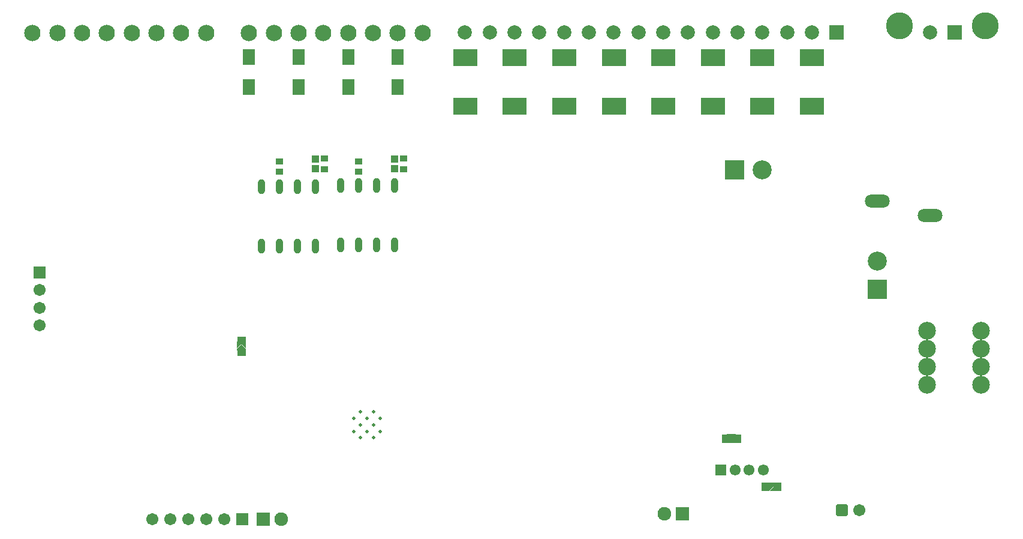
<source format=gbs>
G04*
G04 #@! TF.GenerationSoftware,Altium Limited,Altium Designer,23.1.1 (15)*
G04*
G04 Layer_Color=16711935*
%FSLAX44Y44*%
%MOMM*%
G71*
G04*
G04 #@! TF.SameCoordinates,834500F6-C2E4-4EAC-996A-B368302F4D9C*
G04*
G04*
G04 #@! TF.FilePolarity,Negative*
G04*
G01*
G75*
%ADD84R,1.1032X0.9032*%
%ADD88O,1.0532X2.1032*%
%ADD92R,1.1032X1.0032*%
%ADD101R,1.7112X1.7112*%
%ADD102C,1.7112*%
%ADD103R,1.9282X1.9282*%
%ADD104C,1.9282*%
%ADD105C,1.5532*%
%ADD106R,1.5532X1.5532*%
%ADD107C,2.5032*%
%ADD108R,2.6782X2.6782*%
%ADD109C,2.6782*%
%ADD110O,3.5032X1.8532*%
G04:AMPARAMS|DCode=111|XSize=1.7032mm|YSize=1.7032mm|CornerRadius=0.2891mm|HoleSize=0mm|Usage=FLASHONLY|Rotation=180.000|XOffset=0mm|YOffset=0mm|HoleType=Round|Shape=RoundedRectangle|*
%AMROUNDEDRECTD111*
21,1,1.7032,1.1250,0,0,180.0*
21,1,1.1250,1.7032,0,0,180.0*
1,1,0.5782,-0.5625,0.5625*
1,1,0.5782,0.5625,0.5625*
1,1,0.5782,0.5625,-0.5625*
1,1,0.5782,-0.5625,-0.5625*
%
%ADD111ROUNDEDRECTD111*%
%ADD112C,1.7032*%
%ADD113R,1.7032X1.7032*%
%ADD114C,0.5032*%
%ADD115R,2.6782X2.6782*%
%ADD116C,3.8032*%
%ADD117C,2.0032*%
%ADD118R,2.0032X2.0032*%
%ADD119C,2.3032*%
%ADD153R,1.0160X1.2192*%
%ADD154R,1.2192X1.0160*%
%ADD155R,3.3532X2.4532*%
%ADD156R,1.7032X2.3032*%
G36*
X327606Y260413D02*
X321510Y266509D01*
X315414Y260413D01*
Y270065D01*
X327606D01*
Y260413D01*
D02*
G37*
G36*
Y259905D02*
Y257365D01*
X315414D01*
Y259905D01*
X321510Y266001D01*
X327606Y259905D01*
D02*
G37*
G36*
X1019746Y127254D02*
X1017206D01*
X1011111Y133350D01*
X1017206Y139446D01*
X1019746D01*
Y127254D01*
D02*
G37*
G36*
X1010602Y133350D02*
X1016699Y127254D01*
X1007047D01*
Y133350D01*
Y139446D01*
X1016699D01*
X1010602Y133350D01*
D02*
G37*
G36*
X1076516Y65245D02*
Y59149D01*
X1066863D01*
X1072960Y65245D01*
X1066863Y71341D01*
X1076516D01*
Y65245D01*
D02*
G37*
G36*
X1072451D02*
X1066356Y59149D01*
X1063816D01*
Y71341D01*
X1066356D01*
X1072451Y65245D01*
D02*
G37*
D84*
X375412Y524390D02*
D03*
Y509390D02*
D03*
X438658Y513200D02*
D03*
Y528200D02*
D03*
X486918Y524390D02*
D03*
Y509390D02*
D03*
X550164Y513200D02*
D03*
Y528200D02*
D03*
D88*
X350012Y488786D02*
D03*
X400812D02*
D03*
X426212D02*
D03*
X350012Y404786D02*
D03*
X375412D02*
D03*
X400812D02*
D03*
X426212D02*
D03*
X375412Y488786D02*
D03*
X461772Y490056D02*
D03*
X512572D02*
D03*
X537972D02*
D03*
X461772Y406056D02*
D03*
X487172D02*
D03*
X512572D02*
D03*
X537972D02*
D03*
X487172Y490056D02*
D03*
D92*
X426212Y513700D02*
D03*
Y527700D02*
D03*
X537972D02*
D03*
Y513700D02*
D03*
D101*
X36750Y367700D02*
D03*
D102*
Y342700D02*
D03*
Y292700D02*
D03*
Y317700D02*
D03*
D103*
X352298Y19304D02*
D03*
X943864Y27432D02*
D03*
D104*
X377698Y19304D02*
D03*
X918464Y27432D02*
D03*
D105*
X1058352Y88900D02*
D03*
X1038352D02*
D03*
X1018352D02*
D03*
D106*
X998352D02*
D03*
D107*
X1289812Y284988D02*
D03*
Y259588D02*
D03*
Y234188D02*
D03*
Y208788D02*
D03*
X1366012D02*
D03*
Y234188D02*
D03*
Y259588D02*
D03*
Y284988D02*
D03*
D108*
X1218946Y343686D02*
D03*
D109*
Y383286D02*
D03*
X1057148Y512318D02*
D03*
D110*
X1294038Y448216D02*
D03*
X1219038Y468216D02*
D03*
D111*
X1169054Y32512D02*
D03*
D112*
X1194054D02*
D03*
X195834Y19304D02*
D03*
X221234D02*
D03*
X246634D02*
D03*
X272034D02*
D03*
X297434D02*
D03*
D113*
X322834D02*
D03*
D114*
X489775Y171000D02*
D03*
X508125D02*
D03*
X480600Y161825D02*
D03*
X498950D02*
D03*
X517300D02*
D03*
X489775Y152650D02*
D03*
X508125D02*
D03*
X480600Y143475D02*
D03*
X498950D02*
D03*
X517300D02*
D03*
X489775Y134300D02*
D03*
X508125D02*
D03*
D115*
X1017548Y512318D02*
D03*
D116*
X1250600Y715120D02*
D03*
X1371600D02*
D03*
D117*
X1293600Y706120D02*
D03*
X1127050D02*
D03*
X1092050D02*
D03*
X1057050D02*
D03*
X1022050D02*
D03*
X987050D02*
D03*
X952050D02*
D03*
X917050D02*
D03*
X882050D02*
D03*
X847050D02*
D03*
X812050D02*
D03*
X777050D02*
D03*
X742050D02*
D03*
X707050D02*
D03*
X672050D02*
D03*
X637050D02*
D03*
D118*
X1328600D02*
D03*
X1162050D02*
D03*
D119*
X332258Y704972D02*
D03*
X367258D02*
D03*
X402258D02*
D03*
X437258D02*
D03*
X472258D02*
D03*
X507258D02*
D03*
X542258D02*
D03*
X577258D02*
D03*
X26572D02*
D03*
X61572D02*
D03*
X96572D02*
D03*
X131572D02*
D03*
X166572D02*
D03*
X201572D02*
D03*
X236572D02*
D03*
X271572D02*
D03*
D153*
X1078420Y65245D02*
D03*
X1061275D02*
D03*
X1005142Y133350D02*
D03*
X1022287D02*
D03*
D154*
X321510Y271971D02*
D03*
Y254825D02*
D03*
D155*
X847344Y601770D02*
D03*
Y670770D02*
D03*
X1126998D02*
D03*
Y601770D02*
D03*
X1057148Y670770D02*
D03*
Y601770D02*
D03*
X987298Y670770D02*
D03*
Y601770D02*
D03*
X917194Y670770D02*
D03*
Y601770D02*
D03*
X777240D02*
D03*
Y670770D02*
D03*
X707136Y601770D02*
D03*
Y670770D02*
D03*
X637286Y601770D02*
D03*
Y670770D02*
D03*
D156*
X332232Y671494D02*
D03*
Y629494D02*
D03*
X402082Y671494D02*
D03*
Y629494D02*
D03*
X472186Y671494D02*
D03*
Y629494D02*
D03*
X542290D02*
D03*
Y671494D02*
D03*
M02*

</source>
